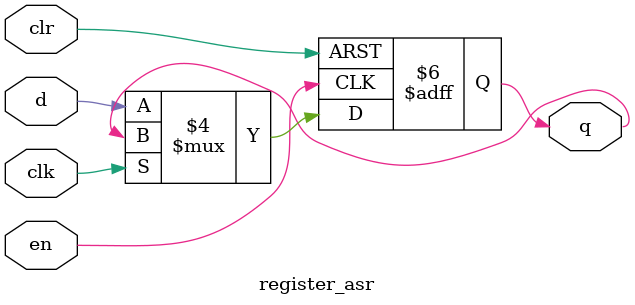
<source format=v>
module register_asr #(parameter N = 1)(input clk, clr, en,
                                   input [N-1:0] d,
                                   output reg [N-1:0] q
    );

// solo si esta habilitado (en) puede cambiar el registro, con reset (clr) se resetea
  always @(posedge en or posedge clr)
begin
  if(clr)
  q <= 0;

  else if (~clk)
  q <= d;
  
  else
  q <= q;
  
end 

endmodule

</source>
